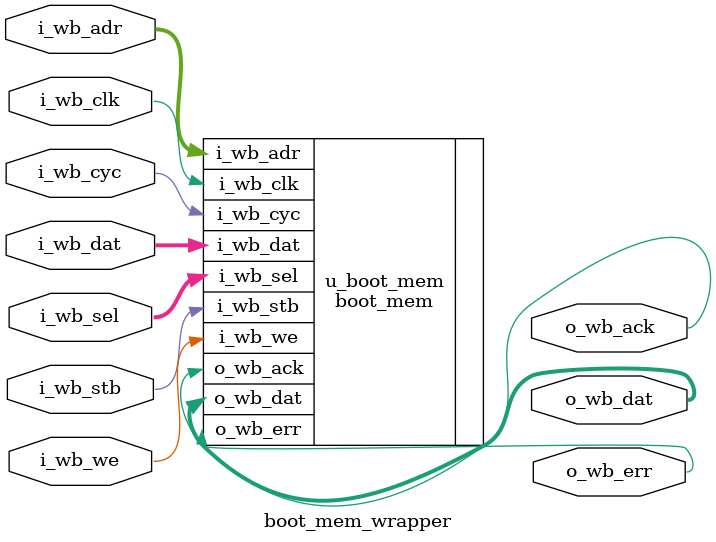
<source format=v>
module boot_mem_wrapper 
(
input                       i_wb_clk,     // WISHBONE clock

input       [31:0]          i_wb_adr,
input       [3:0]           i_wb_sel,
input                       i_wb_we,
output      [31:0]          o_wb_dat,
input       [31:0]          i_wb_dat,
input                       i_wb_cyc,
input                       i_wb_stb,
output                      o_wb_ack,
output                      o_wb_err

);




boot_mem u_boot_mem (
    .i_wb_clk               ( i_wb_clk    ),
    .i_wb_adr               ( i_wb_adr    ),
    .i_wb_sel               ( i_wb_sel    ),
    .i_wb_we                ( i_wb_we     ),
    .o_wb_dat               ( o_wb_dat    ),
    .i_wb_dat               ( i_wb_dat    ),
    .i_wb_cyc               ( i_wb_cyc    ),
    .i_wb_stb               ( i_wb_stb    ),
    .o_wb_ack               ( o_wb_ack    ),
    .o_wb_err               ( o_wb_err    )
);

endmodule

</source>
